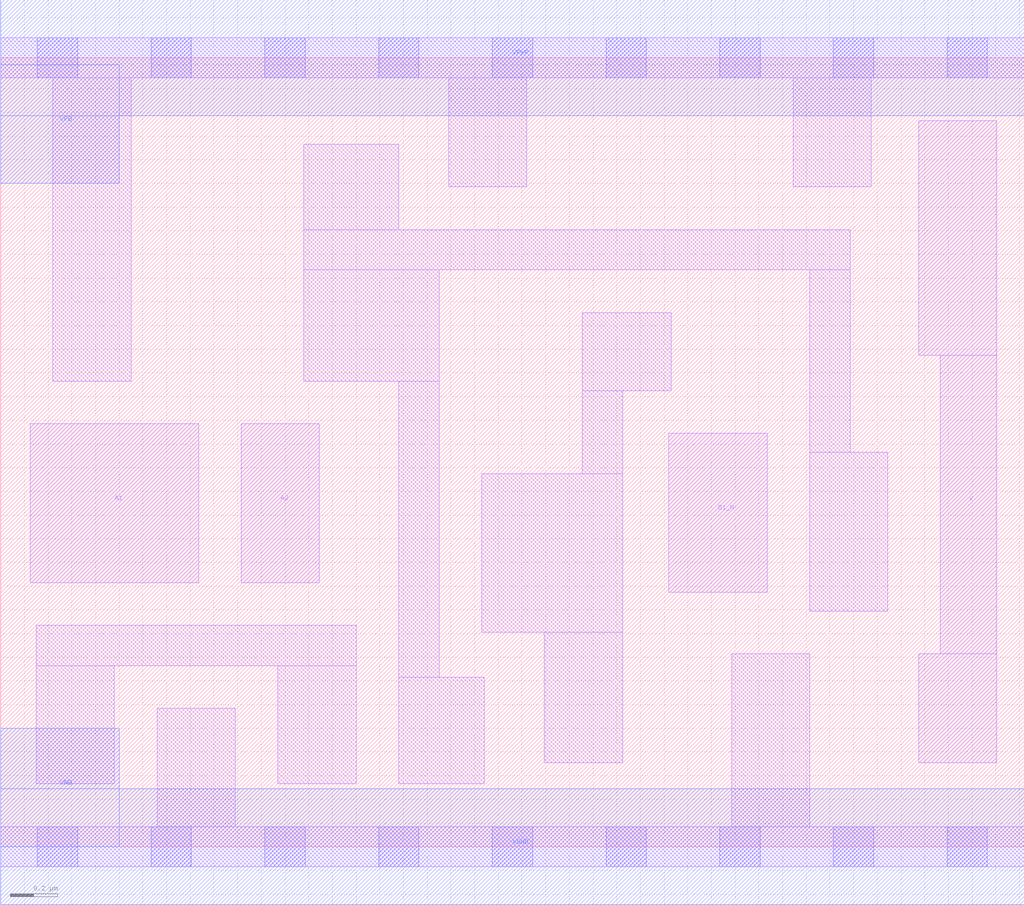
<source format=lef>
# Copyright 2020 The SkyWater PDK Authors
#
# Licensed under the Apache License, Version 2.0 (the "License");
# you may not use this file except in compliance with the License.
# You may obtain a copy of the License at
#
#     https://www.apache.org/licenses/LICENSE-2.0
#
# Unless required by applicable law or agreed to in writing, software
# distributed under the License is distributed on an "AS IS" BASIS,
# WITHOUT WARRANTIES OR CONDITIONS OF ANY KIND, either express or implied.
# See the License for the specific language governing permissions and
# limitations under the License.
#
# SPDX-License-Identifier: Apache-2.0

VERSION 5.5 ;
NAMESCASESENSITIVE ON ;
BUSBITCHARS "[]" ;
DIVIDERCHAR "/" ;
MACRO sky130_fd_sc_lp__o21ba_lp
  CLASS CORE ;
  SOURCE USER ;
  ORIGIN  0.000000  0.000000 ;
  SIZE  4.320000 BY  3.330000 ;
  SYMMETRY X Y R90 ;
  SITE unit ;
  PIN A1
    ANTENNAGATEAREA  0.313000 ;
    DIRECTION INPUT ;
    USE SIGNAL ;
    PORT
      LAYER li1 ;
        RECT 0.125000 1.115000 0.835000 1.785000 ;
    END
  END A1
  PIN A2
    ANTENNAGATEAREA  0.313000 ;
    DIRECTION INPUT ;
    USE SIGNAL ;
    PORT
      LAYER li1 ;
        RECT 1.015000 1.115000 1.345000 1.785000 ;
    END
  END A2
  PIN B1_N
    ANTENNAGATEAREA  0.376000 ;
    DIRECTION INPUT ;
    USE SIGNAL ;
    PORT
      LAYER li1 ;
        RECT 2.820000 1.075000 3.235000 1.745000 ;
    END
  END B1_N
  PIN X
    ANTENNADIFFAREA  0.404700 ;
    DIRECTION OUTPUT ;
    USE SIGNAL ;
    PORT
      LAYER li1 ;
        RECT 3.875000 0.355000 4.205000 0.815000 ;
        RECT 3.875000 2.075000 4.205000 3.065000 ;
        RECT 3.965000 0.815000 4.205000 2.075000 ;
    END
  END X
  PIN VGND
    DIRECTION INOUT ;
    USE GROUND ;
    PORT
      LAYER met1 ;
        RECT 0.000000 -0.245000 4.320000 0.245000 ;
    END
  END VGND
  PIN VNB
    DIRECTION INOUT ;
    USE GROUND ;
    PORT
      LAYER met1 ;
        RECT 0.000000 0.000000 0.500000 0.500000 ;
    END
  END VNB
  PIN VPB
    DIRECTION INOUT ;
    USE POWER ;
    PORT
      LAYER met1 ;
        RECT 0.000000 2.800000 0.500000 3.300000 ;
    END
  END VPB
  PIN VPWR
    DIRECTION INOUT ;
    USE POWER ;
    PORT
      LAYER met1 ;
        RECT 0.000000 3.085000 4.320000 3.575000 ;
    END
  END VPWR
  OBS
    LAYER li1 ;
      RECT 0.000000 -0.085000 4.320000 0.085000 ;
      RECT 0.000000  3.245000 4.320000 3.415000 ;
      RECT 0.150000  0.265000 0.480000 0.765000 ;
      RECT 0.150000  0.765000 1.500000 0.935000 ;
      RECT 0.220000  1.965000 0.550000 3.245000 ;
      RECT 0.660000  0.085000 0.990000 0.585000 ;
      RECT 1.170000  0.265000 1.500000 0.765000 ;
      RECT 1.280000  1.965000 1.850000 2.435000 ;
      RECT 1.280000  2.435000 3.585000 2.605000 ;
      RECT 1.280000  2.605000 1.680000 2.965000 ;
      RECT 1.680000  0.265000 2.040000 0.715000 ;
      RECT 1.680000  0.715000 1.850000 1.965000 ;
      RECT 1.890000  2.785000 2.220000 3.245000 ;
      RECT 2.030000  0.905000 2.625000 1.575000 ;
      RECT 2.295000  0.355000 2.625000 0.905000 ;
      RECT 2.455000  1.575000 2.625000 1.925000 ;
      RECT 2.455000  1.925000 2.830000 2.255000 ;
      RECT 3.085000  0.085000 3.415000 0.815000 ;
      RECT 3.345000  2.785000 3.675000 3.245000 ;
      RECT 3.415000  0.995000 3.745000 1.665000 ;
      RECT 3.415000  1.665000 3.585000 2.435000 ;
    LAYER mcon ;
      RECT 0.155000 -0.085000 0.325000 0.085000 ;
      RECT 0.155000  3.245000 0.325000 3.415000 ;
      RECT 0.635000 -0.085000 0.805000 0.085000 ;
      RECT 0.635000  3.245000 0.805000 3.415000 ;
      RECT 1.115000 -0.085000 1.285000 0.085000 ;
      RECT 1.115000  3.245000 1.285000 3.415000 ;
      RECT 1.595000 -0.085000 1.765000 0.085000 ;
      RECT 1.595000  3.245000 1.765000 3.415000 ;
      RECT 2.075000 -0.085000 2.245000 0.085000 ;
      RECT 2.075000  3.245000 2.245000 3.415000 ;
      RECT 2.555000 -0.085000 2.725000 0.085000 ;
      RECT 2.555000  3.245000 2.725000 3.415000 ;
      RECT 3.035000 -0.085000 3.205000 0.085000 ;
      RECT 3.035000  3.245000 3.205000 3.415000 ;
      RECT 3.515000 -0.085000 3.685000 0.085000 ;
      RECT 3.515000  3.245000 3.685000 3.415000 ;
      RECT 3.995000 -0.085000 4.165000 0.085000 ;
      RECT 3.995000  3.245000 4.165000 3.415000 ;
  END
END sky130_fd_sc_lp__o21ba_lp
END LIBRARY

</source>
